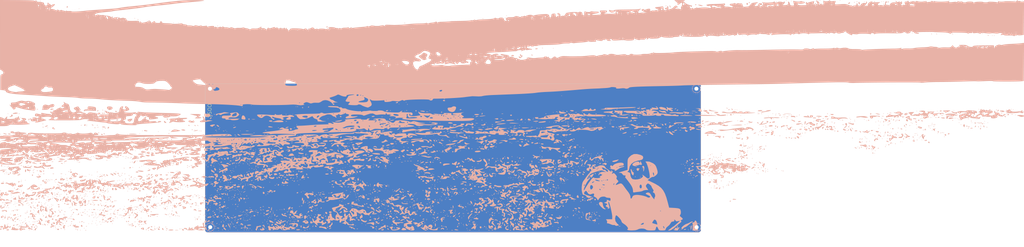
<source format=kicad_pcb>
(kicad_pcb (version 20211014) (generator pcbnew)
  (layers (0 "F.Cu" signal) (31 "B.Cu" signal) (34 "B.Paste" user) (35 "F.Paste" user) (36 "B.SilkS" user "B.Silkscreen") (37 "F.SilkS" user "F.Silkscreen") (38 "B.Mask" user) (39 "F.Mask" user) (44 "Edge.Cuts" user))
  (net 0 "")
  (footprint "MountingHole:MountingHole_2.2mm_M2_Pad" (layer "F.Cu") (at 273.1867 11.95)
    (fp_text reference "H4" hide)
    (fp_text value "MountingHole_Pad")
    (pad "1" thru_hole circle (at 0 0) (size 4.4 4.4) (drill 2.2) (layers *.Cu *.Mask))
  )
  (footprint "MountingHole:MountingHole_2.2mm_M2_Pad" (layer "F.Cu") (at 5.207 88.265)
    (fp_text reference "H1" hide)
    (fp_text value "MountingHole_Pad")
    (pad "1" thru_hole circle (at 0 0) (size 4.4 4.4) (drill 2.2) (layers *.Cu *.Mask))
  )
  (footprint "MountingHole:MountingHole_2.2mm_M2_Pad" (layer "F.Cu") (at 273.3137 88.277)
    (fp_text reference "H4" hide)
    (fp_text value "MountingHole_Pad")
    (pad "1" thru_hole circle (at 0 0) (size 4.4 4.4) (drill 2.2) (layers *.Cu *.Mask))
  )
  (footprint "MountingHole:MountingHole_2.2mm_M2_Pad" (layer "F.Cu") (at 5.08 11.938)
    (fp_text reference "H1" hide)
    (fp_text value "MountingHole_Pad")
    (pad "1" thru_hole circle (at 0 0) (size 4.4 4.4) (drill 2.2) (layers *.Cu *.Mask))
  )
  (footprint "LOGO" (layer "B.Cu") (at 171.5516 26.5684 180)
    (fp_text reference "G***" hide)
    (fp_text value "LOGO" hide)
  )
  (gr_line (start 3.692026 91.049974) (end 274.357212 91.049992) (layer "Edge.Cuts") (width 0.1))
  (gr_arc (start 275.627212 89.779992) (mid 275.255235 90.678) (end 274.357212 91.049992) (layer "Edge.Cuts") (width 0.1))
  (gr_line (start 275.627212 89.779992) (end 275.580942 10.423043) (layer "Edge.Cuts") (width 0.1))
  (gr_arc (start 3.692026 91.049974) (mid 2.794 90.678) (end 2.422026 89.779974) (layer "Edge.Cuts") (width 0.1))
  (gr_arc (start 2.422026 10.423026) (mid 2.794 9.525) (end 3.692026 9.153026) (layer "Edge.Cuts") (width 0.1))
  (gr_arc (start 274.310942 9.153043) (mid 275.209 9.525) (end 275.580942 10.423043) (layer "Edge.Cuts") (width 0.1))
  (gr_line (start 274.310942 9.153043) (end 3.692026 9.153026) (layer "Edge.Cuts") (width 0.1))
  (gr_line (start 2.422026 10.423026) (end 2.422026 89.779974) (layer "Edge.Cuts") (width 0.1))
  (gr_text "SKOOSK" (at 4.7625 22.225 270) (layer "F.SilkS") (effects (font (size 2 2))))
  (zone (net 0) (net_name "") (layers F&B.Cu) (connect_pads (clearance 0)) (min_thickness 0.254) (fill yes (thermal_gap 0.508) (thermal_bridge_width 0.508))
    (polygon (pts (xy 287.147 97.536) (xy -6.731 99.314) (xy -7.747 -4.064) (xy 286.893 0.762)))
  )
)
</source>
